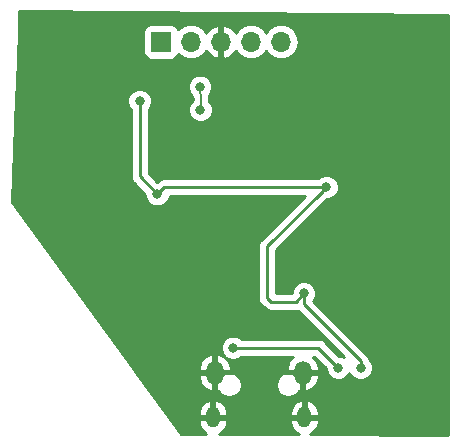
<source format=gbr>
G04 #@! TF.GenerationSoftware,KiCad,Pcbnew,(5.0.2)-1*
G04 #@! TF.CreationDate,2020-01-28T10:02:17+01:00*
G04 #@! TF.ProjectId,Lab1,4c616231-2e6b-4696-9361-645f70636258,rev?*
G04 #@! TF.SameCoordinates,Original*
G04 #@! TF.FileFunction,Copper,L2,Bot*
G04 #@! TF.FilePolarity,Positive*
%FSLAX46Y46*%
G04 Gerber Fmt 4.6, Leading zero omitted, Abs format (unit mm)*
G04 Created by KiCad (PCBNEW (5.0.2)-1) date 2020-01-28 10:02:17*
%MOMM*%
%LPD*%
G01*
G04 APERTURE LIST*
G04 #@! TA.AperFunction,ComponentPad*
%ADD10O,1.450000X2.000000*%
G04 #@! TD*
G04 #@! TA.AperFunction,ComponentPad*
%ADD11O,1.150000X1.800000*%
G04 #@! TD*
G04 #@! TA.AperFunction,ComponentPad*
%ADD12O,1.700000X1.700000*%
G04 #@! TD*
G04 #@! TA.AperFunction,ComponentPad*
%ADD13R,1.700000X1.700000*%
G04 #@! TD*
G04 #@! TA.AperFunction,ViaPad*
%ADD14C,0.800000*%
G04 #@! TD*
G04 #@! TA.AperFunction,Conductor*
%ADD15C,0.250000*%
G04 #@! TD*
G04 #@! TA.AperFunction,Conductor*
%ADD16C,0.150000*%
G04 #@! TD*
G04 #@! TA.AperFunction,Conductor*
%ADD17C,0.254000*%
G04 #@! TD*
G04 APERTURE END LIST*
D10*
G04 #@! TO.P,J1,6*
G04 #@! TO.N,GND*
X112550000Y-114000000D03*
X120000000Y-114000000D03*
D11*
X112400000Y-117800000D03*
X120150000Y-117800000D03*
G04 #@! TD*
D12*
G04 #@! TO.P,J2,5*
G04 #@! TO.N,/NRST*
X118160000Y-86000000D03*
G04 #@! TO.P,J2,4*
G04 #@! TO.N,/SWDIO*
X115620000Y-86000000D03*
G04 #@! TO.P,J2,3*
G04 #@! TO.N,GND*
X113080000Y-86000000D03*
G04 #@! TO.P,J2,2*
G04 #@! TO.N,/SWCLK*
X110540000Y-86000000D03*
D13*
G04 #@! TO.P,J2,1*
G04 #@! TO.N,+3V3*
X108000000Y-86000000D03*
G04 #@! TD*
D14*
G04 #@! TO.N,+5V*
X114100000Y-111900000D03*
X123000000Y-113600000D03*
G04 #@! TO.N,+3V3*
X124900000Y-113600000D03*
X120100000Y-107300000D03*
X122000000Y-98300000D03*
X107700000Y-98900000D03*
X106200000Y-91000000D03*
G04 #@! TO.N,Net-(R5-Pad1)*
X111300000Y-89800000D03*
X111343942Y-91756058D03*
G04 #@! TD*
D15*
G04 #@! TO.N,+5V*
X114100000Y-111900000D02*
X121300000Y-111900000D01*
X121300000Y-111900000D02*
X123000000Y-113600000D01*
G04 #@! TO.N,+3V3*
X124900000Y-113034315D02*
X120100000Y-108234315D01*
X124900000Y-113600000D02*
X124900000Y-113034315D01*
X120100000Y-108234315D02*
X120100000Y-107300000D01*
X122000000Y-98300000D02*
X108300000Y-98300000D01*
X108300000Y-98300000D02*
X107700000Y-98900000D01*
X106200000Y-97400000D02*
X107700000Y-98900000D01*
X106200000Y-91000000D02*
X106200000Y-97400000D01*
X121600001Y-98699999D02*
X122000000Y-98300000D01*
X116974999Y-103325001D02*
X121600001Y-98699999D01*
X116974999Y-107649001D02*
X116974999Y-103325001D01*
X117325999Y-108000001D02*
X116974999Y-107649001D01*
X119399999Y-108000001D02*
X117325999Y-108000001D01*
X120100000Y-107300000D02*
X119399999Y-108000001D01*
D16*
G04 #@! TO.N,Net-(R5-Pad1)*
X111300000Y-90365685D02*
X111400000Y-90465685D01*
X111300000Y-89800000D02*
X111300000Y-90365685D01*
X111400000Y-90465685D02*
X111400000Y-91700000D01*
X111400000Y-91700000D02*
X111343942Y-91756058D01*
G04 #@! TD*
D17*
G04 #@! TO.N,GND*
G36*
X132290001Y-83725287D02*
X132290000Y-113313487D01*
X132273355Y-119272443D01*
X120628952Y-119221371D01*
X120915796Y-119070402D01*
X121219293Y-118705380D01*
X121360000Y-118252000D01*
X121360000Y-117927000D01*
X120277000Y-117927000D01*
X120277000Y-117947000D01*
X120023000Y-117947000D01*
X120023000Y-117927000D01*
X118940000Y-117927000D01*
X118940000Y-118252000D01*
X119080707Y-118705380D01*
X119384204Y-119070402D01*
X119662998Y-119217134D01*
X112943002Y-119187660D01*
X113165796Y-119070402D01*
X113469293Y-118705380D01*
X113610000Y-118252000D01*
X113610000Y-117927000D01*
X112527000Y-117927000D01*
X112527000Y-117947000D01*
X112273000Y-117947000D01*
X112273000Y-117927000D01*
X111190000Y-117927000D01*
X111190000Y-118252000D01*
X111330707Y-118705380D01*
X111634204Y-119070402D01*
X111847871Y-119182857D01*
X109664950Y-119173283D01*
X108339999Y-117348000D01*
X111190000Y-117348000D01*
X111190000Y-117673000D01*
X112273000Y-117673000D01*
X112273000Y-116431450D01*
X112527000Y-116431450D01*
X112527000Y-117673000D01*
X113610000Y-117673000D01*
X113610000Y-117348000D01*
X118940000Y-117348000D01*
X118940000Y-117673000D01*
X120023000Y-117673000D01*
X120023000Y-116431450D01*
X120277000Y-116431450D01*
X120277000Y-117673000D01*
X121360000Y-117673000D01*
X121360000Y-117348000D01*
X121219293Y-116894620D01*
X120915796Y-116529598D01*
X120495714Y-116308505D01*
X120463677Y-116306365D01*
X120277000Y-116431450D01*
X120023000Y-116431450D01*
X119836323Y-116306365D01*
X119804286Y-116308505D01*
X119384204Y-116529598D01*
X119080707Y-116894620D01*
X118940000Y-117348000D01*
X113610000Y-117348000D01*
X113469293Y-116894620D01*
X113165796Y-116529598D01*
X112745714Y-116308505D01*
X112713677Y-116306365D01*
X112527000Y-116431450D01*
X112273000Y-116431450D01*
X112086323Y-116306365D01*
X112054286Y-116308505D01*
X111634204Y-116529598D01*
X111330707Y-116894620D01*
X111190000Y-117348000D01*
X108339999Y-117348000D01*
X106001913Y-114127000D01*
X111190000Y-114127000D01*
X111190000Y-114402000D01*
X111342125Y-114912782D01*
X111678138Y-115326467D01*
X112146884Y-115580076D01*
X112212742Y-115592519D01*
X112423000Y-115469518D01*
X112423000Y-114127000D01*
X112677000Y-114127000D01*
X112677000Y-115469518D01*
X112887258Y-115592519D01*
X112892105Y-115591603D01*
X113028807Y-115796193D01*
X113371163Y-116024948D01*
X113673065Y-116085000D01*
X113876935Y-116085000D01*
X114178837Y-116024948D01*
X114521193Y-115796193D01*
X114749948Y-115453837D01*
X114830276Y-115050000D01*
X117719724Y-115050000D01*
X117800052Y-115453837D01*
X118028807Y-115796193D01*
X118371163Y-116024948D01*
X118673065Y-116085000D01*
X118876935Y-116085000D01*
X119178837Y-116024948D01*
X119521193Y-115796193D01*
X119657895Y-115591603D01*
X119662742Y-115592519D01*
X119873000Y-115469518D01*
X119873000Y-114127000D01*
X120127000Y-114127000D01*
X120127000Y-115469518D01*
X120337258Y-115592519D01*
X120403116Y-115580076D01*
X120871862Y-115326467D01*
X121207875Y-114912782D01*
X121360000Y-114402000D01*
X121360000Y-114127000D01*
X120127000Y-114127000D01*
X119873000Y-114127000D01*
X119256583Y-114127000D01*
X119178837Y-114075052D01*
X118876935Y-114015000D01*
X118673065Y-114015000D01*
X118371163Y-114075052D01*
X118028807Y-114303807D01*
X117800052Y-114646163D01*
X117719724Y-115050000D01*
X114830276Y-115050000D01*
X114749948Y-114646163D01*
X114521193Y-114303807D01*
X114178837Y-114075052D01*
X113876935Y-114015000D01*
X113673065Y-114015000D01*
X113371163Y-114075052D01*
X113293417Y-114127000D01*
X112677000Y-114127000D01*
X112423000Y-114127000D01*
X111190000Y-114127000D01*
X106001913Y-114127000D01*
X105617919Y-113598000D01*
X111190000Y-113598000D01*
X111190000Y-113873000D01*
X112423000Y-113873000D01*
X112423000Y-112530482D01*
X112212742Y-112407481D01*
X112146884Y-112419924D01*
X111678138Y-112673533D01*
X111342125Y-113087218D01*
X111190000Y-113598000D01*
X105617919Y-113598000D01*
X95428526Y-99560868D01*
X95751228Y-90794126D01*
X105165000Y-90794126D01*
X105165000Y-91205874D01*
X105322569Y-91586280D01*
X105440000Y-91703711D01*
X105440001Y-97325148D01*
X105425112Y-97400000D01*
X105484097Y-97696537D01*
X105596661Y-97865000D01*
X105652072Y-97947929D01*
X105715528Y-97990329D01*
X106665000Y-98939802D01*
X106665000Y-99105874D01*
X106822569Y-99486280D01*
X107113720Y-99777431D01*
X107494126Y-99935000D01*
X107905874Y-99935000D01*
X108286280Y-99777431D01*
X108577431Y-99486280D01*
X108735000Y-99105874D01*
X108735000Y-99060000D01*
X120165198Y-99060000D01*
X116490527Y-102734672D01*
X116427071Y-102777072D01*
X116384671Y-102840528D01*
X116384670Y-102840529D01*
X116259096Y-103028464D01*
X116200111Y-103325001D01*
X116215000Y-103399853D01*
X116214999Y-107574154D01*
X116200111Y-107649001D01*
X116214999Y-107723848D01*
X116214999Y-107723852D01*
X116259095Y-107945537D01*
X116427070Y-108196930D01*
X116490529Y-108239332D01*
X116735668Y-108484471D01*
X116778070Y-108547930D01*
X117029462Y-108715905D01*
X117251147Y-108760001D01*
X117251152Y-108760001D01*
X117325999Y-108774889D01*
X117400846Y-108760001D01*
X119325152Y-108760001D01*
X119399999Y-108774889D01*
X119474846Y-108760001D01*
X119474851Y-108760001D01*
X119529893Y-108749052D01*
X119552071Y-108782244D01*
X119615530Y-108824646D01*
X123461955Y-112671072D01*
X123205874Y-112565000D01*
X123039802Y-112565000D01*
X121890331Y-111415530D01*
X121847929Y-111352071D01*
X121596537Y-111184096D01*
X121374852Y-111140000D01*
X121374847Y-111140000D01*
X121300000Y-111125112D01*
X121225153Y-111140000D01*
X114803711Y-111140000D01*
X114686280Y-111022569D01*
X114305874Y-110865000D01*
X113894126Y-110865000D01*
X113513720Y-111022569D01*
X113222569Y-111313720D01*
X113065000Y-111694126D01*
X113065000Y-112105874D01*
X113222569Y-112486280D01*
X113395629Y-112659340D01*
X112953116Y-112419924D01*
X112887258Y-112407481D01*
X112677000Y-112530482D01*
X112677000Y-113873000D01*
X113910000Y-113873000D01*
X113910000Y-113598000D01*
X113757875Y-113087218D01*
X113473948Y-112737659D01*
X113513720Y-112777431D01*
X113894126Y-112935000D01*
X114305874Y-112935000D01*
X114686280Y-112777431D01*
X114803711Y-112660000D01*
X119153151Y-112660000D01*
X119128138Y-112673533D01*
X118792125Y-113087218D01*
X118640000Y-113598000D01*
X118640000Y-113873000D01*
X119873000Y-113873000D01*
X119873000Y-113853000D01*
X120127000Y-113853000D01*
X120127000Y-113873000D01*
X121360000Y-113873000D01*
X121360000Y-113598000D01*
X121207875Y-113087218D01*
X120871862Y-112673533D01*
X120846849Y-112660000D01*
X120985199Y-112660000D01*
X121965000Y-113639802D01*
X121965000Y-113805874D01*
X122122569Y-114186280D01*
X122413720Y-114477431D01*
X122794126Y-114635000D01*
X123205874Y-114635000D01*
X123586280Y-114477431D01*
X123877431Y-114186280D01*
X123950000Y-114011083D01*
X124022569Y-114186280D01*
X124313720Y-114477431D01*
X124694126Y-114635000D01*
X125105874Y-114635000D01*
X125486280Y-114477431D01*
X125777431Y-114186280D01*
X125935000Y-113805874D01*
X125935000Y-113394126D01*
X125777431Y-113013720D01*
X125644314Y-112880603D01*
X125615904Y-112737778D01*
X125447929Y-112486386D01*
X125384473Y-112443986D01*
X120902099Y-107961612D01*
X120977431Y-107886280D01*
X121135000Y-107505874D01*
X121135000Y-107094126D01*
X120977431Y-106713720D01*
X120686280Y-106422569D01*
X120305874Y-106265000D01*
X119894126Y-106265000D01*
X119513720Y-106422569D01*
X119222569Y-106713720D01*
X119065000Y-107094126D01*
X119065000Y-107240001D01*
X117734999Y-107240001D01*
X117734999Y-103639802D01*
X122039802Y-99335000D01*
X122205874Y-99335000D01*
X122586280Y-99177431D01*
X122877431Y-98886280D01*
X123035000Y-98505874D01*
X123035000Y-98094126D01*
X122877431Y-97713720D01*
X122586280Y-97422569D01*
X122205874Y-97265000D01*
X121794126Y-97265000D01*
X121413720Y-97422569D01*
X121296289Y-97540000D01*
X108374846Y-97540000D01*
X108299999Y-97525112D01*
X108225152Y-97540000D01*
X108225148Y-97540000D01*
X108003463Y-97584096D01*
X107752071Y-97752071D01*
X107709671Y-97815527D01*
X107700000Y-97825198D01*
X106960000Y-97085199D01*
X106960000Y-91703711D01*
X107077431Y-91586280D01*
X107235000Y-91205874D01*
X107235000Y-90794126D01*
X107077431Y-90413720D01*
X106786280Y-90122569D01*
X106405874Y-89965000D01*
X105994126Y-89965000D01*
X105613720Y-90122569D01*
X105322569Y-90413720D01*
X105165000Y-90794126D01*
X95751228Y-90794126D01*
X95795399Y-89594126D01*
X110265000Y-89594126D01*
X110265000Y-90005874D01*
X110422569Y-90386280D01*
X110619324Y-90583035D01*
X110631195Y-90642713D01*
X110690000Y-90730721D01*
X110690000Y-90946289D01*
X110466511Y-91169778D01*
X110308942Y-91550184D01*
X110308942Y-91961932D01*
X110466511Y-92342338D01*
X110757662Y-92633489D01*
X111138068Y-92791058D01*
X111549816Y-92791058D01*
X111930222Y-92633489D01*
X112221373Y-92342338D01*
X112378942Y-91961932D01*
X112378942Y-91550184D01*
X112221373Y-91169778D01*
X112110000Y-91058405D01*
X112110000Y-90535605D01*
X112123908Y-90465684D01*
X112119614Y-90444097D01*
X112177431Y-90386280D01*
X112335000Y-90005874D01*
X112335000Y-89594126D01*
X112177431Y-89213720D01*
X111886280Y-88922569D01*
X111505874Y-88765000D01*
X111094126Y-88765000D01*
X110713720Y-88922569D01*
X110422569Y-89213720D01*
X110265000Y-89594126D01*
X95795399Y-89594126D01*
X95958987Y-85150000D01*
X106502560Y-85150000D01*
X106502560Y-86850000D01*
X106551843Y-87097765D01*
X106692191Y-87307809D01*
X106902235Y-87448157D01*
X107150000Y-87497440D01*
X108850000Y-87497440D01*
X109097765Y-87448157D01*
X109307809Y-87307809D01*
X109448157Y-87097765D01*
X109457184Y-87052381D01*
X109469375Y-87070625D01*
X109960582Y-87398839D01*
X110393744Y-87485000D01*
X110686256Y-87485000D01*
X111119418Y-87398839D01*
X111610625Y-87070625D01*
X111823843Y-86751522D01*
X111884817Y-86881358D01*
X112313076Y-87271645D01*
X112723110Y-87441476D01*
X112953000Y-87320155D01*
X112953000Y-86127000D01*
X112933000Y-86127000D01*
X112933000Y-85873000D01*
X112953000Y-85873000D01*
X112953000Y-84679845D01*
X113207000Y-84679845D01*
X113207000Y-85873000D01*
X113227000Y-85873000D01*
X113227000Y-86127000D01*
X113207000Y-86127000D01*
X113207000Y-87320155D01*
X113436890Y-87441476D01*
X113846924Y-87271645D01*
X114275183Y-86881358D01*
X114336157Y-86751522D01*
X114549375Y-87070625D01*
X115040582Y-87398839D01*
X115473744Y-87485000D01*
X115766256Y-87485000D01*
X116199418Y-87398839D01*
X116690625Y-87070625D01*
X116890000Y-86772239D01*
X117089375Y-87070625D01*
X117580582Y-87398839D01*
X118013744Y-87485000D01*
X118306256Y-87485000D01*
X118739418Y-87398839D01*
X119230625Y-87070625D01*
X119558839Y-86579418D01*
X119674092Y-86000000D01*
X119558839Y-85420582D01*
X119230625Y-84929375D01*
X118739418Y-84601161D01*
X118306256Y-84515000D01*
X118013744Y-84515000D01*
X117580582Y-84601161D01*
X117089375Y-84929375D01*
X116890000Y-85227761D01*
X116690625Y-84929375D01*
X116199418Y-84601161D01*
X115766256Y-84515000D01*
X115473744Y-84515000D01*
X115040582Y-84601161D01*
X114549375Y-84929375D01*
X114336157Y-85248478D01*
X114275183Y-85118642D01*
X113846924Y-84728355D01*
X113436890Y-84558524D01*
X113207000Y-84679845D01*
X112953000Y-84679845D01*
X112723110Y-84558524D01*
X112313076Y-84728355D01*
X111884817Y-85118642D01*
X111823843Y-85248478D01*
X111610625Y-84929375D01*
X111119418Y-84601161D01*
X110686256Y-84515000D01*
X110393744Y-84515000D01*
X109960582Y-84601161D01*
X109469375Y-84929375D01*
X109457184Y-84947619D01*
X109448157Y-84902235D01*
X109307809Y-84692191D01*
X109097765Y-84551843D01*
X108850000Y-84502560D01*
X107150000Y-84502560D01*
X106902235Y-84551843D01*
X106692191Y-84692191D01*
X106551843Y-84902235D01*
X106502560Y-85150000D01*
X95958987Y-85150000D01*
X96022344Y-83428822D01*
X132290001Y-83725287D01*
X132290001Y-83725287D01*
G37*
X132290001Y-83725287D02*
X132290000Y-113313487D01*
X132273355Y-119272443D01*
X120628952Y-119221371D01*
X120915796Y-119070402D01*
X121219293Y-118705380D01*
X121360000Y-118252000D01*
X121360000Y-117927000D01*
X120277000Y-117927000D01*
X120277000Y-117947000D01*
X120023000Y-117947000D01*
X120023000Y-117927000D01*
X118940000Y-117927000D01*
X118940000Y-118252000D01*
X119080707Y-118705380D01*
X119384204Y-119070402D01*
X119662998Y-119217134D01*
X112943002Y-119187660D01*
X113165796Y-119070402D01*
X113469293Y-118705380D01*
X113610000Y-118252000D01*
X113610000Y-117927000D01*
X112527000Y-117927000D01*
X112527000Y-117947000D01*
X112273000Y-117947000D01*
X112273000Y-117927000D01*
X111190000Y-117927000D01*
X111190000Y-118252000D01*
X111330707Y-118705380D01*
X111634204Y-119070402D01*
X111847871Y-119182857D01*
X109664950Y-119173283D01*
X108339999Y-117348000D01*
X111190000Y-117348000D01*
X111190000Y-117673000D01*
X112273000Y-117673000D01*
X112273000Y-116431450D01*
X112527000Y-116431450D01*
X112527000Y-117673000D01*
X113610000Y-117673000D01*
X113610000Y-117348000D01*
X118940000Y-117348000D01*
X118940000Y-117673000D01*
X120023000Y-117673000D01*
X120023000Y-116431450D01*
X120277000Y-116431450D01*
X120277000Y-117673000D01*
X121360000Y-117673000D01*
X121360000Y-117348000D01*
X121219293Y-116894620D01*
X120915796Y-116529598D01*
X120495714Y-116308505D01*
X120463677Y-116306365D01*
X120277000Y-116431450D01*
X120023000Y-116431450D01*
X119836323Y-116306365D01*
X119804286Y-116308505D01*
X119384204Y-116529598D01*
X119080707Y-116894620D01*
X118940000Y-117348000D01*
X113610000Y-117348000D01*
X113469293Y-116894620D01*
X113165796Y-116529598D01*
X112745714Y-116308505D01*
X112713677Y-116306365D01*
X112527000Y-116431450D01*
X112273000Y-116431450D01*
X112086323Y-116306365D01*
X112054286Y-116308505D01*
X111634204Y-116529598D01*
X111330707Y-116894620D01*
X111190000Y-117348000D01*
X108339999Y-117348000D01*
X106001913Y-114127000D01*
X111190000Y-114127000D01*
X111190000Y-114402000D01*
X111342125Y-114912782D01*
X111678138Y-115326467D01*
X112146884Y-115580076D01*
X112212742Y-115592519D01*
X112423000Y-115469518D01*
X112423000Y-114127000D01*
X112677000Y-114127000D01*
X112677000Y-115469518D01*
X112887258Y-115592519D01*
X112892105Y-115591603D01*
X113028807Y-115796193D01*
X113371163Y-116024948D01*
X113673065Y-116085000D01*
X113876935Y-116085000D01*
X114178837Y-116024948D01*
X114521193Y-115796193D01*
X114749948Y-115453837D01*
X114830276Y-115050000D01*
X117719724Y-115050000D01*
X117800052Y-115453837D01*
X118028807Y-115796193D01*
X118371163Y-116024948D01*
X118673065Y-116085000D01*
X118876935Y-116085000D01*
X119178837Y-116024948D01*
X119521193Y-115796193D01*
X119657895Y-115591603D01*
X119662742Y-115592519D01*
X119873000Y-115469518D01*
X119873000Y-114127000D01*
X120127000Y-114127000D01*
X120127000Y-115469518D01*
X120337258Y-115592519D01*
X120403116Y-115580076D01*
X120871862Y-115326467D01*
X121207875Y-114912782D01*
X121360000Y-114402000D01*
X121360000Y-114127000D01*
X120127000Y-114127000D01*
X119873000Y-114127000D01*
X119256583Y-114127000D01*
X119178837Y-114075052D01*
X118876935Y-114015000D01*
X118673065Y-114015000D01*
X118371163Y-114075052D01*
X118028807Y-114303807D01*
X117800052Y-114646163D01*
X117719724Y-115050000D01*
X114830276Y-115050000D01*
X114749948Y-114646163D01*
X114521193Y-114303807D01*
X114178837Y-114075052D01*
X113876935Y-114015000D01*
X113673065Y-114015000D01*
X113371163Y-114075052D01*
X113293417Y-114127000D01*
X112677000Y-114127000D01*
X112423000Y-114127000D01*
X111190000Y-114127000D01*
X106001913Y-114127000D01*
X105617919Y-113598000D01*
X111190000Y-113598000D01*
X111190000Y-113873000D01*
X112423000Y-113873000D01*
X112423000Y-112530482D01*
X112212742Y-112407481D01*
X112146884Y-112419924D01*
X111678138Y-112673533D01*
X111342125Y-113087218D01*
X111190000Y-113598000D01*
X105617919Y-113598000D01*
X95428526Y-99560868D01*
X95751228Y-90794126D01*
X105165000Y-90794126D01*
X105165000Y-91205874D01*
X105322569Y-91586280D01*
X105440000Y-91703711D01*
X105440001Y-97325148D01*
X105425112Y-97400000D01*
X105484097Y-97696537D01*
X105596661Y-97865000D01*
X105652072Y-97947929D01*
X105715528Y-97990329D01*
X106665000Y-98939802D01*
X106665000Y-99105874D01*
X106822569Y-99486280D01*
X107113720Y-99777431D01*
X107494126Y-99935000D01*
X107905874Y-99935000D01*
X108286280Y-99777431D01*
X108577431Y-99486280D01*
X108735000Y-99105874D01*
X108735000Y-99060000D01*
X120165198Y-99060000D01*
X116490527Y-102734672D01*
X116427071Y-102777072D01*
X116384671Y-102840528D01*
X116384670Y-102840529D01*
X116259096Y-103028464D01*
X116200111Y-103325001D01*
X116215000Y-103399853D01*
X116214999Y-107574154D01*
X116200111Y-107649001D01*
X116214999Y-107723848D01*
X116214999Y-107723852D01*
X116259095Y-107945537D01*
X116427070Y-108196930D01*
X116490529Y-108239332D01*
X116735668Y-108484471D01*
X116778070Y-108547930D01*
X117029462Y-108715905D01*
X117251147Y-108760001D01*
X117251152Y-108760001D01*
X117325999Y-108774889D01*
X117400846Y-108760001D01*
X119325152Y-108760001D01*
X119399999Y-108774889D01*
X119474846Y-108760001D01*
X119474851Y-108760001D01*
X119529893Y-108749052D01*
X119552071Y-108782244D01*
X119615530Y-108824646D01*
X123461955Y-112671072D01*
X123205874Y-112565000D01*
X123039802Y-112565000D01*
X121890331Y-111415530D01*
X121847929Y-111352071D01*
X121596537Y-111184096D01*
X121374852Y-111140000D01*
X121374847Y-111140000D01*
X121300000Y-111125112D01*
X121225153Y-111140000D01*
X114803711Y-111140000D01*
X114686280Y-111022569D01*
X114305874Y-110865000D01*
X113894126Y-110865000D01*
X113513720Y-111022569D01*
X113222569Y-111313720D01*
X113065000Y-111694126D01*
X113065000Y-112105874D01*
X113222569Y-112486280D01*
X113395629Y-112659340D01*
X112953116Y-112419924D01*
X112887258Y-112407481D01*
X112677000Y-112530482D01*
X112677000Y-113873000D01*
X113910000Y-113873000D01*
X113910000Y-113598000D01*
X113757875Y-113087218D01*
X113473948Y-112737659D01*
X113513720Y-112777431D01*
X113894126Y-112935000D01*
X114305874Y-112935000D01*
X114686280Y-112777431D01*
X114803711Y-112660000D01*
X119153151Y-112660000D01*
X119128138Y-112673533D01*
X118792125Y-113087218D01*
X118640000Y-113598000D01*
X118640000Y-113873000D01*
X119873000Y-113873000D01*
X119873000Y-113853000D01*
X120127000Y-113853000D01*
X120127000Y-113873000D01*
X121360000Y-113873000D01*
X121360000Y-113598000D01*
X121207875Y-113087218D01*
X120871862Y-112673533D01*
X120846849Y-112660000D01*
X120985199Y-112660000D01*
X121965000Y-113639802D01*
X121965000Y-113805874D01*
X122122569Y-114186280D01*
X122413720Y-114477431D01*
X122794126Y-114635000D01*
X123205874Y-114635000D01*
X123586280Y-114477431D01*
X123877431Y-114186280D01*
X123950000Y-114011083D01*
X124022569Y-114186280D01*
X124313720Y-114477431D01*
X124694126Y-114635000D01*
X125105874Y-114635000D01*
X125486280Y-114477431D01*
X125777431Y-114186280D01*
X125935000Y-113805874D01*
X125935000Y-113394126D01*
X125777431Y-113013720D01*
X125644314Y-112880603D01*
X125615904Y-112737778D01*
X125447929Y-112486386D01*
X125384473Y-112443986D01*
X120902099Y-107961612D01*
X120977431Y-107886280D01*
X121135000Y-107505874D01*
X121135000Y-107094126D01*
X120977431Y-106713720D01*
X120686280Y-106422569D01*
X120305874Y-106265000D01*
X119894126Y-106265000D01*
X119513720Y-106422569D01*
X119222569Y-106713720D01*
X119065000Y-107094126D01*
X119065000Y-107240001D01*
X117734999Y-107240001D01*
X117734999Y-103639802D01*
X122039802Y-99335000D01*
X122205874Y-99335000D01*
X122586280Y-99177431D01*
X122877431Y-98886280D01*
X123035000Y-98505874D01*
X123035000Y-98094126D01*
X122877431Y-97713720D01*
X122586280Y-97422569D01*
X122205874Y-97265000D01*
X121794126Y-97265000D01*
X121413720Y-97422569D01*
X121296289Y-97540000D01*
X108374846Y-97540000D01*
X108299999Y-97525112D01*
X108225152Y-97540000D01*
X108225148Y-97540000D01*
X108003463Y-97584096D01*
X107752071Y-97752071D01*
X107709671Y-97815527D01*
X107700000Y-97825198D01*
X106960000Y-97085199D01*
X106960000Y-91703711D01*
X107077431Y-91586280D01*
X107235000Y-91205874D01*
X107235000Y-90794126D01*
X107077431Y-90413720D01*
X106786280Y-90122569D01*
X106405874Y-89965000D01*
X105994126Y-89965000D01*
X105613720Y-90122569D01*
X105322569Y-90413720D01*
X105165000Y-90794126D01*
X95751228Y-90794126D01*
X95795399Y-89594126D01*
X110265000Y-89594126D01*
X110265000Y-90005874D01*
X110422569Y-90386280D01*
X110619324Y-90583035D01*
X110631195Y-90642713D01*
X110690000Y-90730721D01*
X110690000Y-90946289D01*
X110466511Y-91169778D01*
X110308942Y-91550184D01*
X110308942Y-91961932D01*
X110466511Y-92342338D01*
X110757662Y-92633489D01*
X111138068Y-92791058D01*
X111549816Y-92791058D01*
X111930222Y-92633489D01*
X112221373Y-92342338D01*
X112378942Y-91961932D01*
X112378942Y-91550184D01*
X112221373Y-91169778D01*
X112110000Y-91058405D01*
X112110000Y-90535605D01*
X112123908Y-90465684D01*
X112119614Y-90444097D01*
X112177431Y-90386280D01*
X112335000Y-90005874D01*
X112335000Y-89594126D01*
X112177431Y-89213720D01*
X111886280Y-88922569D01*
X111505874Y-88765000D01*
X111094126Y-88765000D01*
X110713720Y-88922569D01*
X110422569Y-89213720D01*
X110265000Y-89594126D01*
X95795399Y-89594126D01*
X95958987Y-85150000D01*
X106502560Y-85150000D01*
X106502560Y-86850000D01*
X106551843Y-87097765D01*
X106692191Y-87307809D01*
X106902235Y-87448157D01*
X107150000Y-87497440D01*
X108850000Y-87497440D01*
X109097765Y-87448157D01*
X109307809Y-87307809D01*
X109448157Y-87097765D01*
X109457184Y-87052381D01*
X109469375Y-87070625D01*
X109960582Y-87398839D01*
X110393744Y-87485000D01*
X110686256Y-87485000D01*
X111119418Y-87398839D01*
X111610625Y-87070625D01*
X111823843Y-86751522D01*
X111884817Y-86881358D01*
X112313076Y-87271645D01*
X112723110Y-87441476D01*
X112953000Y-87320155D01*
X112953000Y-86127000D01*
X112933000Y-86127000D01*
X112933000Y-85873000D01*
X112953000Y-85873000D01*
X112953000Y-84679845D01*
X113207000Y-84679845D01*
X113207000Y-85873000D01*
X113227000Y-85873000D01*
X113227000Y-86127000D01*
X113207000Y-86127000D01*
X113207000Y-87320155D01*
X113436890Y-87441476D01*
X113846924Y-87271645D01*
X114275183Y-86881358D01*
X114336157Y-86751522D01*
X114549375Y-87070625D01*
X115040582Y-87398839D01*
X115473744Y-87485000D01*
X115766256Y-87485000D01*
X116199418Y-87398839D01*
X116690625Y-87070625D01*
X116890000Y-86772239D01*
X117089375Y-87070625D01*
X117580582Y-87398839D01*
X118013744Y-87485000D01*
X118306256Y-87485000D01*
X118739418Y-87398839D01*
X119230625Y-87070625D01*
X119558839Y-86579418D01*
X119674092Y-86000000D01*
X119558839Y-85420582D01*
X119230625Y-84929375D01*
X118739418Y-84601161D01*
X118306256Y-84515000D01*
X118013744Y-84515000D01*
X117580582Y-84601161D01*
X117089375Y-84929375D01*
X116890000Y-85227761D01*
X116690625Y-84929375D01*
X116199418Y-84601161D01*
X115766256Y-84515000D01*
X115473744Y-84515000D01*
X115040582Y-84601161D01*
X114549375Y-84929375D01*
X114336157Y-85248478D01*
X114275183Y-85118642D01*
X113846924Y-84728355D01*
X113436890Y-84558524D01*
X113207000Y-84679845D01*
X112953000Y-84679845D01*
X112723110Y-84558524D01*
X112313076Y-84728355D01*
X111884817Y-85118642D01*
X111823843Y-85248478D01*
X111610625Y-84929375D01*
X111119418Y-84601161D01*
X110686256Y-84515000D01*
X110393744Y-84515000D01*
X109960582Y-84601161D01*
X109469375Y-84929375D01*
X109457184Y-84947619D01*
X109448157Y-84902235D01*
X109307809Y-84692191D01*
X109097765Y-84551843D01*
X108850000Y-84502560D01*
X107150000Y-84502560D01*
X106902235Y-84551843D01*
X106692191Y-84692191D01*
X106551843Y-84902235D01*
X106502560Y-85150000D01*
X95958987Y-85150000D01*
X96022344Y-83428822D01*
X132290001Y-83725287D01*
G04 #@! TD*
M02*

</source>
